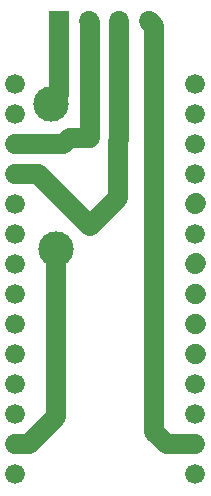
<source format=gbr>
G04 #@! TF.GenerationSoftware,KiCad,Pcbnew,5.1.4-e60b266~84~ubuntu18.04.1*
G04 #@! TF.CreationDate,2019-09-29T18:28:35-04:00*
G04 #@! TF.ProjectId,ib4,6962342e-6b69-4636-9164-5f7063625858,rev?*
G04 #@! TF.SameCoordinates,Original*
G04 #@! TF.FileFunction,Copper,L4,Bot*
G04 #@! TF.FilePolarity,Positive*
%FSLAX46Y46*%
G04 Gerber Fmt 4.6, Leading zero omitted, Abs format (unit mm)*
G04 Created by KiCad (PCBNEW 5.1.4-e60b266~84~ubuntu18.04.1) date 2019-09-29 18:28:35*
%MOMM*%
%LPD*%
G04 APERTURE LIST*
%ADD10C,1.676400*%
%ADD11O,1.700000X1.700000*%
%ADD12R,1.700000X1.700000*%
%ADD13C,1.400000*%
%ADD14C,1.400000*%
%ADD15C,3.000000*%
%ADD16C,1.700000*%
G04 APERTURE END LIST*
D10*
X105994200Y-33591500D03*
X105994200Y-36131500D03*
X105994200Y-38671500D03*
X105994200Y-41211500D03*
X105994200Y-43751500D03*
X105994200Y-46291500D03*
X105994200Y-48831500D03*
X105994200Y-51371500D03*
X105994200Y-53911500D03*
X105994200Y-56451500D03*
X105994200Y-58991500D03*
X105994200Y-61531500D03*
X105994200Y-64071500D03*
X105994200Y-66611500D03*
X121234200Y-66611500D03*
X121234200Y-64071500D03*
X121234200Y-61531500D03*
X121234200Y-58991500D03*
X121234200Y-56451500D03*
X121234200Y-53911500D03*
X121234200Y-51371500D03*
X121234200Y-48831500D03*
X121234200Y-46291500D03*
X121234200Y-43751500D03*
X121234200Y-41211500D03*
X121234200Y-38671500D03*
X121234200Y-36131500D03*
X121234200Y-33591500D03*
D11*
X117370000Y-28250000D03*
X114830000Y-28250000D03*
X112290000Y-28250000D03*
D12*
X109750000Y-28250000D03*
D13*
X112361846Y-38111846D03*
D14*
X112361846Y-38111846D02*
X112361846Y-38111846D01*
D13*
X117750000Y-43500000D03*
X117750000Y-51000000D03*
X112361846Y-45611846D03*
D14*
X112361846Y-45611846D02*
X112361846Y-45611846D01*
D15*
X109500000Y-47500000D03*
X109000000Y-35250000D03*
D16*
X121285700Y-56400000D02*
X121234200Y-56451500D01*
X121285700Y-53860000D02*
X121234200Y-53911500D01*
X121285700Y-51320000D02*
X121234200Y-51371500D01*
X121325700Y-48740000D02*
X121234200Y-48831500D01*
X121325700Y-43660000D02*
X121234200Y-43751500D01*
X109500000Y-61751093D02*
X109500000Y-47500000D01*
X105994200Y-64071500D02*
X107179593Y-64071500D01*
X107179593Y-64071500D02*
X109500000Y-61751093D01*
X109750000Y-28250000D02*
X109750000Y-34500000D01*
X109750000Y-34500000D02*
X109000000Y-35250000D01*
X117750000Y-28630000D02*
X117370000Y-28250000D01*
X117750000Y-43500000D02*
X117750000Y-28630000D01*
X117750000Y-43500000D02*
X117750000Y-51000000D01*
X117750000Y-63000000D02*
X117750000Y-51000000D01*
X121234200Y-64071500D02*
X118821500Y-64071500D01*
X118821500Y-64071500D02*
X117750000Y-63000000D01*
X112361846Y-28321846D02*
X112290000Y-28250000D01*
X112361846Y-38111846D02*
X112361846Y-28321846D01*
X112361846Y-38111846D02*
X110638154Y-38111846D01*
X110078500Y-38671500D02*
X105994200Y-38671500D01*
X110638154Y-38111846D02*
X110078500Y-38671500D01*
X114830000Y-38330711D02*
X114750000Y-38410711D01*
X114830000Y-28250000D02*
X114830000Y-38330711D01*
X114750000Y-43223692D02*
X112361846Y-45611846D01*
X114750000Y-38410711D02*
X114750000Y-43223692D01*
X107961500Y-41211500D02*
X105994200Y-41211500D01*
X112361846Y-45611846D02*
X107961500Y-41211500D01*
M02*

</source>
